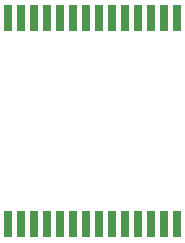
<source format=gbr>
G04 #@! TF.GenerationSoftware,KiCad,Pcbnew,(5.1.9-0-10_14)*
G04 #@! TF.CreationDate,2022-01-02T12:30:46-07:00*
G04 #@! TF.ProjectId,MS88SF2_01,4d533838-5346-4325-9f30-312e6b696361,rev?*
G04 #@! TF.SameCoordinates,Original*
G04 #@! TF.FileFunction,Paste,Top*
G04 #@! TF.FilePolarity,Positive*
%FSLAX46Y46*%
G04 Gerber Fmt 4.6, Leading zero omitted, Abs format (unit mm)*
G04 Created by KiCad (PCBNEW (5.1.9-0-10_14)) date 2022-01-02 12:30:46*
%MOMM*%
%LPD*%
G01*
G04 APERTURE LIST*
%ADD10R,0.647600X2.247600*%
G04 APERTURE END LIST*
D10*
X162230000Y-83630000D03*
X163330000Y-83630000D03*
X164430000Y-83630000D03*
X165530000Y-83630000D03*
X166630000Y-83630000D03*
X167730000Y-83630000D03*
X168830000Y-83630000D03*
X169930000Y-83630000D03*
X171030000Y-83630000D03*
X172130000Y-83630000D03*
X173230000Y-83630000D03*
X174330000Y-83630000D03*
X175430000Y-83630000D03*
X176530000Y-83630000D03*
X162230000Y-66230000D03*
X163330000Y-66230000D03*
X164430000Y-66230000D03*
X165530000Y-66230000D03*
X166630000Y-66230000D03*
X167730000Y-66230000D03*
X168830000Y-66230000D03*
X169930000Y-66230000D03*
X171030000Y-66230000D03*
X172130000Y-66230000D03*
X173230000Y-66230000D03*
X174330000Y-66230000D03*
X175430000Y-66230000D03*
X176530000Y-66230000D03*
M02*

</source>
